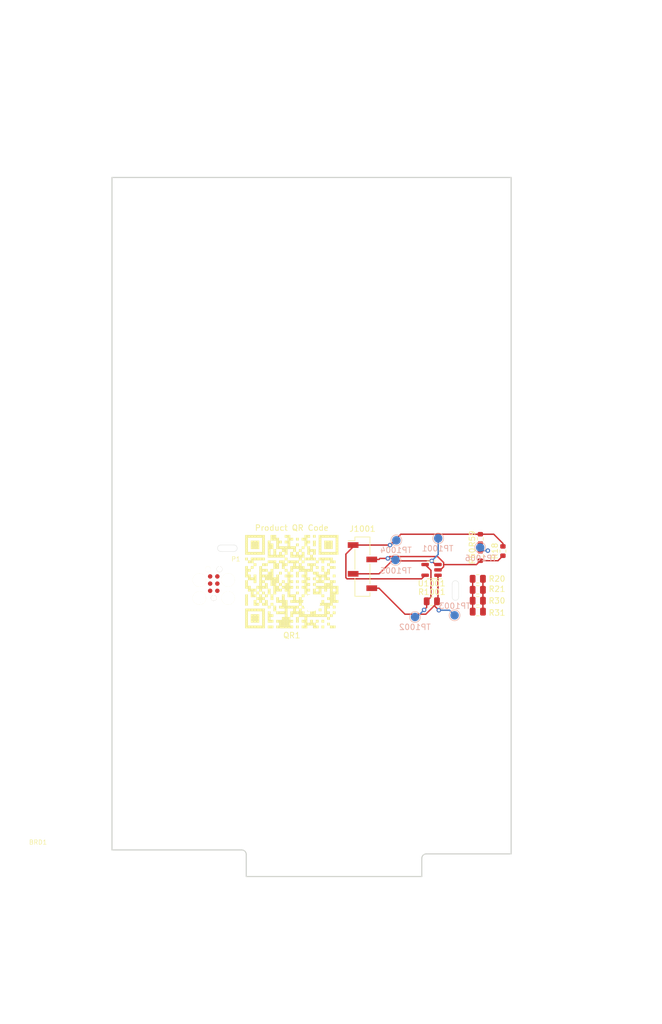
<source format=kicad_pcb>
(kicad_pcb (version 20240108) (generator "pcbnew") (generator_version "8.0")
  (title_block (date "2021-12-24") (rev "01"))
  (layers (0 "F.Cu" signal) (31 "B.Cu" signal) (34 "B.Paste" user) (35 "F.Paste" user) (36 "B.SilkS" user "B.Silkscreen") (37 "F.SilkS" user "F.Silkscreen") (38 "B.Mask" user) (39 "F.Mask" user) (44 "Edge.Cuts" user))
  (net 0 "")
  (net 1 "/OUT")
  (net 2 "GND")
  (net 3 "/IN")
  (net 4 "VCC")
  (net 5 "/_AOPIN+")
  (net 6 "/V_HW_TYPE")
  (net 13 "Net-(R20-Pad2)")
  (net 14 "Net-(R20-Pad1)")
  (footprint "Connector_PinSocket_2.54mm:PinSocket_1x04_P2.54mm_Vertical_SMD_Pin1Left" (layer "F.Cu") (at 147.8 95.25)
    (property "Reference" "J1001" (at 0 -6.68 0) (layer "F.SilkS"))
    (property "Value" "SSM-104-L-SV")
    (pad "1" smd rect (at -1.65 -3.81) (size 1.9 1) (layers "F.Cu" "F.Paste" "F.Mask") (net 4 "VCC"))
    (pad "2" smd rect (at 1.65 -1.27) (size 1.9 1) (layers "F.Cu" "F.Paste" "F.Mask") (net 2 "GND"))
    (pad "3" smd rect (at -1.65 1.27) (size 1.9 1) (layers "F.Cu" "F.Paste" "F.Mask") (net 3 "/IN"))
    (pad "4" smd rect (at 1.65 3.81) (size 1.9 1) (layers "F.Cu" "F.Paste" "F.Mask") (net 1 "/OUT"))
  )
  (footprint "tc7:TC5" (layer "F.Cu") (at 135.3 97.9)
    (property "Reference" "QR1" (at 0 9.5 0) (layer "F.SilkS"))
    (property "Value" "Product QR Code" (at 0 -9.5 0) (layer "F.SilkS"))
  )
  (footprint "Resistor_SMD:R_0805_2012Metric" (layer "F.Cu") (at 160.075 101.375)
    (property "Reference" "R1001" (at 0 -1.65 0) (layer "F.SilkS"))
    (property "Value" "10k")
    (pad "1" smd roundrect (at -0.9125 0) (size 1.025 1.4) (layers "F.Cu" "F.Paste" "F.Mask") (roundrect_rratio 0.243902) (net 5 "/_AOPIN+"))
    (pad "2" smd roundrect (at 0.9125 0) (size 1.025 1.4) (layers "F.Cu" "F.Paste" "F.Mask") (roundrect_rratio 0.243902) (net 1 "/OUT"))
  )
  (footprint "Package_TO_SOT_SMD:SOT-23-5" (layer "F.Cu") (at 160.025 95.825 180)
    (property "Reference" "U1001" (at 0 -2.4 0) (layer "F.SilkS"))
    (property "Value" "MCP6001-OT")
    (pad "1" smd roundrect (at -1.1375 -0.95 180) (size 1.325 0.6) (layers "F.Cu" "F.Paste" "F.Mask") (net 1 "/OUT"))
    (pad "2" smd roundrect (at -1.1375 0 180) (size 1.325 0.6) (layers "F.Cu" "F.Paste" "F.Mask") (net 2 "GND"))
    (pad "3" smd roundrect (at -1.1375 0.95 180) (size 1.325 0.6) (layers "F.Cu" "F.Paste" "F.Mask") (net 3 "/IN"))
    (pad "4" smd roundrect (at 1.1375 0.95 180) (size 1.325 0.6) (layers "F.Cu" "F.Paste" "F.Mask") (net 5 "/_AOPIN+"))
    (pad "5" smd roundrect (at 1.1375 -0.95 180) (size 1.325 0.6) (layers "F.Cu" "F.Paste" "F.Mask") (net 4 "VCC"))
  )
  (footprint "tc7:biggerPCB" (layer "F.Cu") (at 100 150)
    (property "Reference" "BRD1" (at -9.5833 -6.05826 0) (layer "F.SilkS") (effects (font (size 0.8 0.8) (thickness 0.1))))
    (property "Value" "SYM_Arrow_XLarge")
    (fp_line (start 3.5 -123.5) (end 3.5 -4.7) (stroke (width 0.2)) (layer "Edge.Cuts"))
    (fp_line (start 3.5 -4.7) (end 26.45 -4.7) (stroke (width 0.2)) (layer "Edge.Cuts"))
    (fp_line (start 27.25 0) (end 27.25 -3.9) (stroke (width 0.2)) (layer "Edge.Cuts"))
    (fp_line (start 27.25 0) (end 58.3 0) (stroke (width 0.2)) (layer "Edge.Cuts"))
    (fp_line (start 58.3 0) (end 58.3 -3.2) (stroke (width 0.2)) (layer "Edge.Cuts"))
    (fp_line (start 59.1 -4) (end 74.1 -4) (stroke (width 0.2)) (layer "Edge.Cuts"))
    (fp_line (start 74.1 -123.5) (end 3.5 -123.5) (stroke (width 0.2)) (layer "Edge.Cuts"))
    (fp_line (start 74.1 -4) (end 74.1 -123.5) (stroke (width 0.2)) (layer "Edge.Cuts"))
    (fp_arc (start 26.45 -4.7) (mid 27.015685 -4.465685) (end 27.25 -3.9) (stroke (width 0.2)) (layer "Edge.Cuts"))
    (fp_arc (start 58.3 -3.2) (mid 58.534315 -3.765685) (end 59.1 -4) (stroke (width 0.2)) (layer "Edge.Cuts"))
    (pad "" np_thru_hole circle (at 8.8 -83.32) (size 3 3) (drill 3) (layers "*.Cu" "*.Mask"))
    (pad "" np_thru_hole circle (at 38.8 -48.32) (size 3 3) (drill 3) (layers "*.Cu" "*.Mask"))
    (pad "" np_thru_hole circle (at 68.8 -83.32) (size 3 3) (drill 3) (layers "*.Cu" "*.Mask"))
  )
  (footprint "Resistor_SMD:R_0603_1608Metric" (layer "F.Cu") (at 168.65 90.35 90)
    (property "Reference" "R59" (at 0 -1.43 90) (layer "F.SilkS"))
    (property "Value" "100k")
    (pad "1" smd roundrect (at -0.825 0 90) (size 0.8 0.95) (layers "F.Cu" "F.Paste" "F.Mask") (net 6 "/V_HW_TYPE"))
    (pad "2" smd roundrect (at 0.825 0 90) (size 0.8 0.95) (layers "F.Cu" "F.Paste" "F.Mask") (net 4 "VCC"))
  )
  (footprint "Resistor_SMD:R_0603_1608Metric" (layer "F.Cu") (at 168.65 93.375 90)
    (property "Reference" "R60" (at 0 -1.43 90) (layer "F.SilkS"))
    (property "Value" "100k")
    (pad "1" smd roundrect (at -0.825 0 90) (size 0.8 0.95) (layers "F.Cu" "F.Paste" "F.Mask") (net 2 "GND"))
    (pad "2" smd roundrect (at 0.825 0 90) (size 0.8 0.95) (layers "F.Cu" "F.Paste" "F.Mask") (net 6 "/V_HW_TYPE"))
  )
  (footprint "Resistor_SMD:R_0603_1608Metric" (layer "F.Cu") (at 172.65 92.5 90)
    (property "Reference" "R18" (at 0 -1.43 90) (layer "F.SilkS"))
    (property "Value" "100k")
    (pad "1" smd roundrect (at -0.825 0 90) (size 0.8 0.95) (layers "F.Cu" "F.Paste" "F.Mask") (net 2 "GND"))
    (pad "2" smd roundrect (at 0.825 0 90) (size 0.8 0.95) (layers "F.Cu" "F.Paste" "F.Mask") (net 4 "VCC"))
  )
  (footprint "tc7:TC2030-MCP-FP" (layer "F.Cu") (at 121.5 98.25 90)
    (property "Reference" "P1" (at 4.3335 3.90996 180) (layer "F.SilkS") (effects (font (size 0.8 0.8) (thickness 0.1))))
    (property "Value" "TC2030")
    (pad "" np_thru_hole circle (at -2.54 -2.54 90) (size 2.3749 2.3749) (drill 2.3749) (layers "*.Cu" "*.Mask" "F.SilkS"))
    (pad "" np_thru_hole circle (at -2.54 0 90) (size 0.991 0.991) (drill 0.9906) (layers "*.Cu" "*.Mask" "F.SilkS"))
    (pad "" np_thru_hole circle (at -2.54 2.54 90) (size 2.3749 2.3749) (drill 2.3749) (layers "*.Cu" "*.Mask" "F.SilkS"))
    (pad "" np_thru_hole circle (at 0.635 -2.54 90) (size 2.3749 2.3749) (drill 2.3749) (layers "*.Cu" "*.Mask" "F.SilkS"))
    (pad "" np_thru_hole circle (at 0.635 2.54 90) (size 2.3749 2.3749) (drill 2.3749) (layers "*.Cu" "*.Mask" "F.SilkS"))
    (pad "" np_thru_hole circle (at 2.54 -1.016 90) (size 0.991 0.991) (drill 0.991) (layers "*.Cu" "*.Mask" "F.SilkS"))
    (pad "" np_thru_hole circle (at 2.54 1.016 90) (size 0.991 0.991) (drill 0.99) (layers "*.Cu" "*.Mask" "F.SilkS"))
    (pad "1" connect circle (at -1.27 0.635 90) (size 0.787 0.787) (layers "F.Cu" "F.Mask") (clearance 0.4826))
    (pad "2" connect circle (at -1.27 -0.635 90) (size 0.787 0.787) (layers "F.Cu" "F.Mask") (clearance 0.4826))
    (pad "3" connect circle (at 0 0.635 90) (size 0.787 0.787) (layers "F.Cu" "F.Mask") (clearance 0.4191))
    (pad "4" connect circle (at 0 -0.635 90) (size 0.787 0.787) (layers "F.Cu" "F.Mask") (clearance 0.4191))
    (pad "5" connect circle (at 1.27 0.635 90) (size 0.787 0.787) (layers "F.Cu" "F.Mask") (clearance 0.4191))
    (pad "6" connect circle (at 1.27 -0.635 180) (size 0.787 0.787) (layers "F.Cu" "F.Mask") (clearance 0.4191))
  )
  (footprint "Resistor_SMD:R_0805_2012Metric" (layer "F.Cu") (at 168.2 97.4)
    (property "Reference" "R20" (at 3.4 0 0) (layer "F.SilkS"))
    (property "Value" "330R" (hide yes))
    (pad "1" smd roundrect (at -0.9125 0) (size 1.025 1.4) (layers "F.Cu" "F.Paste" "F.Mask") (roundrect_rratio 0.243902) (net 14 "Net-(R20-Pad1)"))
    (pad "2" smd roundrect (at 0.9125 0) (size 1.025 1.4) (layers "F.Cu" "F.Paste" "F.Mask") (roundrect_rratio 0.243902) (net 13 "Net-(R20-Pad2)"))
  )
  (footprint "Resistor_SMD:R_0805_2012Metric" (layer "F.Cu") (at 168.2 99.35)
    (property "Reference" "R21" (at 3.4 -0.15 0) (layer "F.SilkS"))
    (property "Value" "150k" (hide yes))
    (pad "1" smd roundrect (at -0.9125 0) (size 1.025 1.4) (layers "F.Cu" "F.Paste" "F.Mask") (roundrect_rratio 0.243902) (net 14 "Net-(R20-Pad1)"))
    (pad "2" smd roundrect (at 0.9125 0) (size 1.025 1.4) (layers "F.Cu" "F.Paste" "F.Mask") (roundrect_rratio 0.243902) (net 13 "Net-(R20-Pad2)"))
  )
  (footprint "Resistor_SMD:R_0805_2012Metric" (layer "F.Cu") (at 168.20388 101.27488)
    (property "Reference" "R30" (at 3.39 0 0) (layer "F.SilkS"))
    (property "Value" "0R" (hide yes))
    (pad "1" smd roundrect (at -0.9125 0) (size 1.025 1.4) (layers "F.Cu" "F.Paste" "F.Mask") (roundrect_rratio 0.243902) (net 14 "Net-(R20-Pad1)"))
    (pad "2" smd roundrect (at 0.9125 0) (size 1.025 1.4) (layers "F.Cu" "F.Paste" "F.Mask") (roundrect_rratio 0.243902) (net 13 "Net-(R20-Pad2)"))
  )
  (footprint "Resistor_SMD:R_0805_2012Metric" (layer "F.Cu") (at 168.21 103.2)
    (property "Reference" "R31" (at 3.39 0.2 0) (layer "F.SilkS"))
    (property "Value" "0R" (hide yes))
    (pad "1" smd roundrect (at -0.9125 0) (size 1.025 1.4) (layers "F.Cu" "F.Paste" "F.Mask") (roundrect_rratio 0.243902) (net 14 "Net-(R20-Pad1)"))
    (pad "2" smd roundrect (at 0.9125 0) (size 1.025 1.4) (layers "F.Cu" "F.Paste" "F.Mask") (roundrect_rratio 0.243902) (net 13 "Net-(R20-Pad2)"))
  )
  (footprint "TestPoint:TestPoint_Pad_D1.5mm" (layer "B.Cu") (at 161.2 90.25)
    (property "Reference" "TP1001" (at -0.10812 1.7996 0) (layer "B.SilkS") (effects (justify mirror)))
    (property "Value" "TP_IN")
    (pad "1" smd circle (at 0 0) (size 1.5 1.5) (layers "B.Cu" "B.Mask") (net 3 "/IN"))
  )
  (footprint "TestPoint:TestPoint_Pad_D1.5mm" (layer "B.Cu") (at 157.1 104.15)
    (property "Reference" "TP1002" (at -0.0264 1.7807 0) (layer "B.SilkS") (effects (justify mirror)))
    (property "Value" "TP_NEG")
    (pad "1" smd circle (at 0 0) (size 1.5 1.5) (layers "B.Cu" "B.Mask") (net 5 "/_AOPIN+"))
  )
  (footprint "TestPoint:TestPoint_Pad_D1.5mm" (layer "B.Cu") (at 164.1 103.85 180)
    (property "Reference" "TP1003" (at 0 1.648 0) (layer "B.SilkS") (effects (justify mirror)))
    (property "Value" "TP_OUT")
    (pad "1" smd circle (at 0 0 180) (size 1.5 1.5) (layers "B.Cu" "B.Mask") (net 1 "/OUT"))
  )
  (footprint "TestPoint:TestPoint_Pad_D1.5mm" (layer "B.Cu") (at 153.8 90.6)
    (property "Reference" "TP1004" (at -0.07666 1.73154 0) (layer "B.SilkS") (effects (justify mirror)))
    (property "Value" "TP_VCC")
    (pad "1" smd circle (at 0 0) (size 1.5 1.5) (layers "B.Cu" "B.Mask") (net 4 "VCC"))
  )
  (footprint "TestPoint:TestPoint_Pad_D1.5mm" (layer "B.Cu") (at 153.65 94.075)
    (property "Reference" "TP1005" (at 0.0454 1.88874 0) (layer "B.SilkS") (effects (justify mirror)))
    (property "Value" "TP_GND")
    (pad "1" smd circle (at 0 0) (size 1.5 1.5) (layers "B.Cu" "B.Mask") (net 2 "GND"))
  )
  (footprint "TestPoint:TestPoint_Pad_D1.5mm" (layer "B.Cu") (at 168.625 91.875)
    (property "Reference" "TP1006" (at 0.09958 1.88148 0) (layer "B.SilkS") (effects (justify mirror)))
    (property "Value" "TP_HW_TYPE")
    (pad "1" smd circle (at 0 0) (size 1.5 1.5) (layers "B.Cu" "B.Mask") (net 6 "/V_HW_TYPE"))
  )
  (gr_line (start 122.75 91.425) (end 125.075 91.425) (stroke (width 0.05)) (layer "Edge.Cuts"))
  (gr_arc (start 125.075 91.425) (mid 125.65 92) (end 125.075 92.575) (stroke (width 0.05)) (layer "Edge.Cuts"))
  (gr_line (start 122.75 92.575) (end 125.075 92.575) (stroke (width 0.05)) (layer "Edge.Cuts"))
  (gr_line (start 163.675 100.625) (end 163.675 98.3) (stroke (width 0.05)) (layer "Edge.Cuts"))
  (gr_arc (start 164.825 100.625) (mid 164.25 101.2) (end 163.675 100.625) (stroke (width 0.05)) (layer "Edge.Cuts"))
  (gr_arc (start 163.675 98.3) (mid 164.25 97.725) (end 164.825 98.3) (stroke (width 0.05)) (layer "Edge.Cuts"))
  (gr_line (start 164.825 100.625) (end 164.825 98.3) (stroke (width 0.05)) (layer "Edge.Cuts"))
  (gr_arc (start 122.75 92.575) (mid 122.175 92) (end 122.75 91.425) (stroke (width 0.05)) (layer "Edge.Cuts"))
  (segment (start 160.988 101.5255) (end 160.9875 101.525) (width 0.25) (layer "F.Cu") (net 1))
  (segment (start 161.162 98.9875) (end 161.1625 98.987) (width 0.25) (layer "F.Cu") (net 1))
  (segment (start 160.512 102.152) (end 161.311 102.951) (width 0.25) (layer "F.Cu") (net 1))
  (segment (start 150.725 99.06) (end 155.318 103.653) (width 0.25) (layer "F.Cu") (net 1))
  (segment (start 155.318 103.653) (end 159.011 103.653) (width 0.25) (layer "F.Cu") (net 1))
  (segment (start 160.988 101.5255) (end 160.988 101.375) (width 0.25) (layer "F.Cu") (net 1))
  (segment (start 160.988 101.375) (end 161.162 101.2) (width 0.25) (layer "F.Cu") (net 1))
  (segment (start 160.9875 101.525) (end 160.9875 101.375) (width 0.25) (layer "F.Cu") (net 1))
  (segment (start 161.1625 98.987) (end 161.1625 96.775) (width 0.25) (layer "F.Cu") (net 1))
  (segment (start 160.512 102.152) (end 160.988 101.676) (width 0.25) (layer "F.Cu") (net 1))
  (segment (start 149.45 99.06) (end 150.725 99.06) (width 0.25) (layer "F.Cu") (net 1))
  (segment (start 159.011 103.653) (end 160.512 102.152) (width 0.25) (layer "F.Cu") (net 1))
  (segment (start 161.162 98.9875) (end 161.162 96.775) (width 0.25) (layer "F.Cu") (net 1))
  (segment (start 161.162 101.2) (end 161.162 98.9875) (width 0.25) (layer "F.Cu") (net 1))
  (segment (start 160.988 101.676) (end 160.988 101.5255) (width 0.25) (layer "F.Cu") (net 1))
  (via (at 161.311 102.951) (size 0.8) (drill 0.4) (layers "F.Cu" "B.Cu") (net 1))
  (segment (start 161.311 102.951) (end 163.201 102.951) (width 0.25) (layer "B.Cu") (net 1))
  (segment (start 163.201 102.951) (end 164.1 103.85) (width 0.25) (layer "B.Cu") (net 1))
  (segment (start 162.16 94.8914) (end 162.16 94.5281) (width 0.25) (layer "F.Cu") (net 2))
  (segment (start 150.725 93.98) (end 150.907 93.798) (width 0.25) (layer "F.Cu") (net 2))
  (segment (start 167.9586 94.8914) (end 168.65 94.2) (width 0.25) (layer "F.Cu") (net 2))
  (segment (start 162.16 94.5281) (end 161.102 93.4698) (width 0.25) (layer "F.Cu") (net 2))
  (segment (start 161.1625 95.825) (end 161.6044 95.825) (width 0.25) (layer "F.Cu") (net 2))
  (segment (start 161.6044 95.825) (end 162.16 95.2694) (width 0.25) (layer "F.Cu") (net 2))
  (segment (start 171.775 94.2) (end 172.65 93.325) (width 0.25) (layer "F.Cu") (net 2))
  (segment (start 149.45 93.98) (end 150.725 93.98) (width 0.25) (layer "F.Cu") (net 2))
  (segment (start 162.16 95.2694) (end 162.16 94.8914) (width 0.25) (layer "F.Cu") (net 2))
  (segment (start 152.614 93.4698) (end 152.286 93.798) (width 0.25) (layer "F.Cu") (net 2))
  (segment (start 161.102 93.4698) (end 152.614 93.4698) (width 0.25) (layer "F.Cu") (net 2))
  (segment (start 150.907 93.798) (end 152.286 93.798) (width 0.25) (layer "F.Cu") (net 2))
  (segment (start 162.16 94.8914) (end 167.9586 94.8914) (width 0.25) (layer "F.Cu") (net 2))
  (segment (start 168.65 94.2) (end 171.775 94.2) (width 0.25) (layer "F.Cu") (net 2))
  (via (at 152.286 93.798) (size 0.8) (drill 0.4) (layers "F.Cu" "B.Cu") (net 2))
  (segment (start 153.373 93.7981) (end 152.286 93.7981) (width 0.25) (layer "B.Cu") (net 2))
  (segment (start 152.286 93.7981) (end 152.286 93.798) (width 0.25) (layer "B.Cu") (net 2))
  (segment (start 153.65 94.075) (end 153.373 93.7981) (width 0.25) (layer "B.Cu") (net 2))
  (segment (start 146.15 96.52) (end 150.741 96.52) (width 0.25) (layer "F.Cu") (net 3))
  (segment (start 160.7021 94.875) (end 160.064 94.2369) (width 0.25) (layer "F.Cu") (net 3))
  (segment (start 153.024 94.2369) (end 160.064 94.2369) (width 0.25) (layer "F.Cu") (net 3))
  (segment (start 161.1625 94.875) (end 160.7021 94.875) (width 0.25) (layer "F.Cu") (net 3))
  (segment (start 150.741 96.52) (end 153.024 94.2369) (width 0.25) (layer "F.Cu") (net 3))
  (via (at 160.064 94.2369) (size 0.8) (drill 0.4) (layers "F.Cu" "B.Cu") (net 3))
  (segment (start 161.2 90.25) (end 161.2 93.1013) (width 0.25) (layer "B.Cu") (net 3))
  (segment (start 161.2 93.1013) (end 160.064 94.2369) (width 0.25) (layer "B.Cu") (net 3))
  (segment (start 172.65 91.675) (end 172.65 91.15) (width 0.25) (layer "F.Cu") (net 4))
  (segment (start 158.258 97.4042) (end 158.573 97.0896) (width 0.25) (layer "F.Cu") (net 4))
  (segment (start 146.15 91.44) (end 146.469 91.44) (width 0.25) (layer "F.Cu") (net 4))
  (segment (start 144.875 93.0343) (end 144.875 97.2059) (width 0.25) (layer "F.Cu") (net 4))
  (segment (start 158.8875 96.7751) (end 158.8875 96.775) (width 0.25) (layer "F.Cu") (net 4))
  (segment (start 144.875 97.2059) (end 145.073 97.4042) (width 0.25) (layer "F.Cu") (net 4))
  (segment (start 152.673 91.44) (end 154.588 89.525) (width 0.25) (layer "F.Cu") (net 4))
  (segment (start 146.469 91.44) (end 144.875 93.0343) (width 0.25) (layer "F.Cu") (net 4))
  (segment (start 146.469 91.44) (end 152.673 91.44) (width 0.25) (layer "F.Cu") (net 4))
  (segment (start 145.073 97.4042) (end 158.258 97.4042) (width 0.25) (layer "F.Cu") (net 4))
  (segment (start 158.573 97.0896) (end 158.888 96.775) (width 0.25) (layer "F.Cu") (net 4))
  (segment (start 154.588 89.525) (end 168.65 89.525) (width 0.25) (layer "F.Cu") (net 4))
  (segment (start 158.573 97.0896) (end 158.8875 96.7751) (width 0.25) (layer "F.Cu") (net 4))
  (segment (start 172.65 91.15) (end 171.025 89.525) (width 0.25) (layer "F.Cu") (net 4))
  (segment (start 171.025 89.525) (end 168.65 89.525) (width 0.25) (layer "F.Cu") (net 4))
  (via (at 152.673 91.44) (size 0.8) (drill 0.4) (layers "F.Cu" "B.Cu") (net 4))
  (segment (start 152.96 91.44) (end 152.673 91.44) (width 0.25) (layer "B.Cu") (net 4))
  (segment (start 153.8 90.6) (end 152.96 91.44) (width 0.25) (layer "B.Cu") (net 4))
  (segment (start 159.918 100.619) (end 159.1625 101.3745) (width 0.25) (layer "F.Cu") (net 5))
  (segment (start 159.1625 101.3745) (end 159.162 101.375) (width 0.25) (layer "F.Cu") (net 5))
  (segment (start 159.162 101.375) (end 159.162 102.438) (width 0.25) (layer "F.Cu") (net 5))
  (segment (start 159.4028 95.3903) (end 158.8875 94.875) (width 0.25) (layer "F.Cu") (net 5))
  (segment (start 159.403 95.3903) (end 159.918 95.9053) (width 0.25) (layer "F.Cu") (net 5))
  (segment (start 159.918 95.9053) (end 159.918 100.619) (width 0.25) (layer "F.Cu") (net 5))
  (segment (start 159.162 102.438) (end 158.705 102.896) (width 0.25) (layer "F.Cu") (net 5))
  (segment (start 158.888 94.875) (end 159.403 95.3903) (width 0.25) (layer "F.Cu") (net 5))
  (segment (start 159.403 95.3903) (end 159.4028 95.3903) (width 0.25) (layer "F.Cu") (net 5))
  (segment (start 159.1625 101.3745) (end 159.1625 101.375) (width 0.25) (layer "F.Cu") (net 5))
  (via (at 158.705 102.896) (size 0.8) (drill 0.4) (layers "F.Cu" "B.Cu") (net 5))
  (segment (start 157.1 104.15) (end 157.45 104.15) (width 0.25) (layer "B.Cu") (net 5))
  (segment (start 157.45 104.15) (end 158.705 102.896) (width 0.25) (layer "B.Cu") (net 5))
  (segment (start 168.65 92.4259) (end 168.65 92.55) (width 0.25) (layer "F.Cu") (net 6))
  (segment (start 168.65 91.175) (end 168.65 92.4259) (width 0.25) (layer "F.Cu") (net 6))
  (segment (start 168.65 92.4259) (end 169.983 92.4259) (width 0.25) (layer "F.Cu") (net 6))
  (via (at 169.983 92.4259) (size 0.8) (drill 0.4) (layers "F.Cu" "B.Cu") (net 6))
  (segment (start 168.625 91.875) (end 169.1759 92.4259) (width 0.25) (layer "B.Cu") (net 6))
  (segment (start 169.1759 92.4259) (end 169.983 92.4259) (width 0.25) (layer "B.Cu") (net 6))
  (segment (start 169.1125 103.19) (end 169.1225 103.2) (width 0.25) (layer "F.Cu") (net 13))
  (segment (start 169.1125 97.4) (end 169.1125 103.19) (width 0.25) (layer "F.Cu") (net 13))
  (segment (start 167.2975 97.41) (end 167.2875 97.4) (width 0.25) (layer "F.Cu") (net 14))
  (segment (start 167.2975 103.2) (end 167.2975 97.41) (width 0.25) (layer "F.Cu") (net 14))
)
</source>
